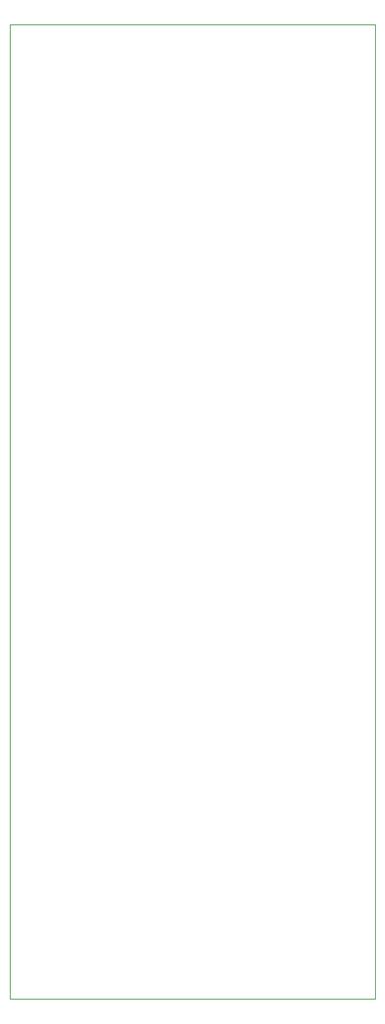
<source format=gbr>
%TF.GenerationSoftware,KiCad,Pcbnew,6.0.2+dfsg-1*%
%TF.CreationDate,2023-09-10T21:51:06+01:00*%
%TF.ProjectId,useq,75736571-2e6b-4696-9361-645f70636258,rev?*%
%TF.SameCoordinates,Original*%
%TF.FileFunction,Profile,NP*%
%FSLAX46Y46*%
G04 Gerber Fmt 4.6, Leading zero omitted, Abs format (unit mm)*
G04 Created by KiCad (PCBNEW 6.0.2+dfsg-1) date 2023-09-10 21:51:06*
%MOMM*%
%LPD*%
G01*
G04 APERTURE LIST*
%TA.AperFunction,Profile*%
%ADD10C,0.100000*%
%TD*%
G04 APERTURE END LIST*
D10*
X145600000Y-20050000D02*
X186200000Y-20050000D01*
X186200000Y-20050000D02*
X186200000Y-128050000D01*
X186200000Y-128050000D02*
X145600000Y-128050000D01*
X145600000Y-128050000D02*
X145600000Y-20050000D01*
M02*

</source>
